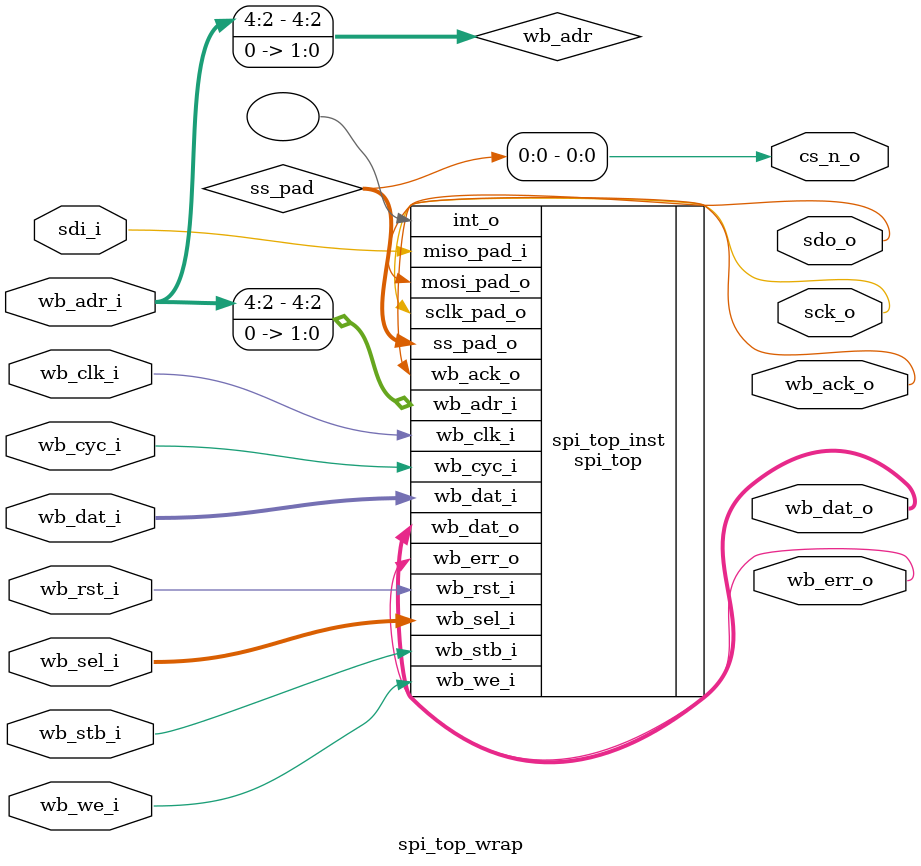
<source format=sv>


`default_nettype none

module spi_top_wrap (
  input  wire sdi_i,
  output wire cs_n_o,
  output wire sck_o,
  output wire sdo_o,

  input  wire [4:2]  wb_adr_i,
  input  wire        wb_clk_i,
  input  wire        wb_cyc_i,
  input  wire [31:0] wb_dat_i,
  input  wire        wb_rst_i,
  input  wire [3:0]  wb_sel_i,
  input  wire        wb_stb_i,
  input  wire        wb_we_i,
  output wire        wb_ack_o,
  output wire [31:0] wb_dat_o,
  output wire        wb_err_o
);


  wire [4:0] wb_adr;
  wire [7:0] ss_pad;

  assign wb_adr = {wb_adr_i, 2'b00};

  spi_top #(
    .Tp(1),
    .SPI_DIVIDER_LEN(16),
    .SPI_MAX_CHAR(128),
    .SPI_CHAR_LEN_BITS(7),
    .SPI_SS_NB(8)
  ) spi_top_inst (
    .wb_clk_i(wb_clk_i),
    .wb_rst_i(wb_rst_i),
    .wb_adr_i(wb_adr),
    .wb_dat_i(wb_dat_i),
    .wb_dat_o(wb_dat_o),
    .wb_sel_i(wb_sel_i),
    .wb_we_i(wb_we_i),
    .wb_stb_i(wb_stb_i),
    .wb_cyc_i(wb_cyc_i),
    .wb_ack_o(wb_ack_o),
    .wb_err_o(wb_err_o),
    .int_o(),

    .ss_pad_o(ss_pad),
    .sclk_pad_o(sck_o),
    .mosi_pad_o(sdo_o),
    .miso_pad_i(sdi_i)
  );

  assign cs_n_o = ss_pad[0];

endmodule // spi_top_wrap

</source>
